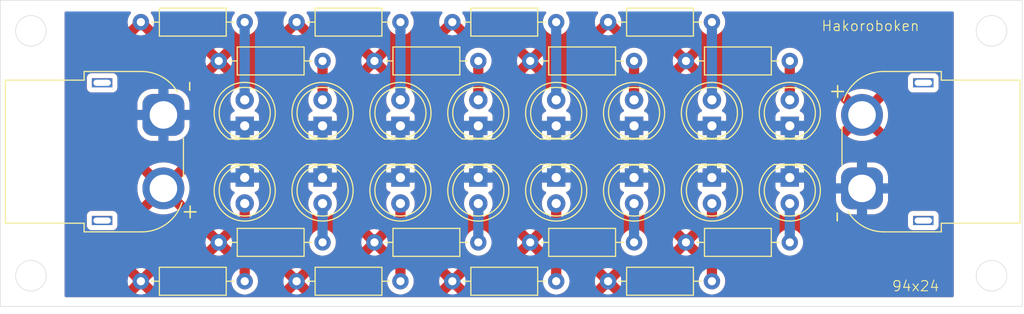
<source format=kicad_pcb>
(kicad_pcb (version 20240108) (generator "pcbnew") (generator_version "8.0")
  (layers (0 "F.Cu" signal) (31 "B.Cu" signal) (34 "B.Paste" user) (35 "F.Paste" user) (36 "B.SilkS" user "B.Silkscreen") (37 "F.SilkS" user "F.Silkscreen") (38 "B.Mask" user) (39 "F.Mask" user) (44 "Edge.Cuts" user))
  (net 0 "")
  (net 1 "GND")
  (net 2 "Net-(D1-A)")
  (net 3 "Net-(D2-A)")
  (net 4 "Net-(D3-A)")
  (net 5 "Net-(D4-A)")
  (net 6 "Net-(D5-A)")
  (net 7 "Net-(D6-A)")
  (net 8 "Net-(D7-A)")
  (net 9 "Net-(D8-A)")
  (net 10 "Net-(D9-A)")
  (net 11 "Net-(D10-A)")
  (net 12 "Net-(D11-A)")
  (net 13 "Net-(D12-A)")
  (net 14 "Net-(D13-A)")
  (net 15 "Net-(D14-A)")
  (net 16 "Net-(D15-A)")
  (net 17 "Net-(D16-A)")
  (net 18 "VCC")
  (footprint "Resistor_THT:R_Axial_DIN0207_L6.3mm_D2.5mm_P10.16mm_Horizontal" (layer "F.Cu") (at 139.7 91.44)
    (property "Reference" "R15" (hide yes))
    (property "Value" "R")
    (fp_line (start 1.04 0) (end 1.81 0) (stroke (width 0.12)) (layer "F.SilkS"))
    (fp_line (start 1.81 -1.37) (end 1.81 1.37) (stroke (width 0.12)) (layer "F.SilkS"))
    (fp_line (start 1.81 1.37) (end 8.35 1.37) (stroke (width 0.12)) (layer "F.SilkS"))
    (fp_line (start 8.35 -1.37) (end 1.81 -1.37) (stroke (width 0.12)) (layer "F.SilkS"))
    (fp_line (start 8.35 1.37) (end 8.35 -1.37) (stroke (width 0.12)) (layer "F.SilkS"))
    (fp_line (start 9.12 0) (end 8.35 0) (stroke (width 0.12)) (layer "F.SilkS"))
    (pad "1" thru_hole circle (at 0 0) (size 1.6 1.6) (drill 0.8) (layers "*.Cu" "*.Mask") (net 18 "VCC"))
    (pad "2" thru_hole oval (at 10.16 0) (size 1.6 1.6) (drill 0.8) (layers "*.Cu" "*.Mask") (net 16 "Net-(D15-A)"))
  )
  (footprint "LED_THT:LED_D5.0mm" (layer "F.Cu") (at 157.48 76.21 90)
    (property "Reference" "D5" (hide yes))
    (property "Value" "LED")
    (fp_line (start -1.29 -1.545) (end -1.29 1.545) (stroke (width 0.12)) (layer "F.SilkS"))
    (fp_arc (start -1.29 -1.54483) (mid 2.072002 -2.880433) (end 4.26 0.000462) (stroke (width 0.12)) (layer "F.SilkS"))
    (fp_arc (start 4.26 -0.000462) (mid 2.072002 2.880433) (end -1.29 1.54483) (stroke (width 0.12)) (layer "F.SilkS"))
    (fp_circle (center 1.27 0) (end 3.77 0) (stroke (width 0.12)) (fill none) (layer "F.SilkS"))
    (pad "1" thru_hole rect (at 0 0 90) (size 1.8 1.8) (drill 0.9) (layers "*.Cu" "*.Mask") (net 1 "GND"))
    (pad "2" thru_hole circle (at 2.54 0 90) (size 1.8 1.8) (drill 0.9) (layers "*.Cu" "*.Mask") (net 6 "Net-(D5-A)"))
  )
  (footprint "LED_THT:LED_D5.0mm" (layer "F.Cu") (at 157.48 81.28 -90)
    (property "Reference" "D16" (hide yes))
    (property "Value" "LED")
    (fp_line (start -1.29 -1.545) (end -1.29 1.545) (stroke (width 0.12)) (layer "F.SilkS"))
    (fp_arc (start 4.26 -0.000462) (mid 2.072002 2.880433) (end -1.29 1.54483) (stroke (width 0.12)) (layer "F.SilkS"))
    (fp_arc (start -1.29 -1.54483) (mid 2.072002 -2.880433) (end 4.26 0.000462) (stroke (width 0.12)) (layer "F.SilkS"))
    (fp_circle (center 1.27 0) (end 3.77 0) (stroke (width 0.12)) (fill none) (layer "F.SilkS"))
    (pad "1" thru_hole rect (at 0 0 270) (size 1.8 1.8) (drill 0.9) (layers "*.Cu" "*.Mask") (net 1 "GND"))
    (pad "2" thru_hole circle (at 2.54 0 270) (size 1.8 1.8) (drill 0.9) (layers "*.Cu" "*.Mask") (net 17 "Net-(D16-A)"))
  )
  (footprint "Resistor_THT:R_Axial_DIN0207_L6.3mm_D2.5mm_P10.16mm_Horizontal" (layer "F.Cu") (at 147.32 87.63)
    (property "Reference" "R16" (hide yes))
    (property "Value" "R")
    (fp_line (start 1.04 0) (end 1.81 0) (stroke (width 0.12)) (layer "F.SilkS"))
    (fp_line (start 1.81 -1.37) (end 1.81 1.37) (stroke (width 0.12)) (layer "F.SilkS"))
    (fp_line (start 1.81 1.37) (end 8.35 1.37) (stroke (width 0.12)) (layer "F.SilkS"))
    (fp_line (start 8.35 -1.37) (end 1.81 -1.37) (stroke (width 0.12)) (layer "F.SilkS"))
    (fp_line (start 8.35 1.37) (end 8.35 -1.37) (stroke (width 0.12)) (layer "F.SilkS"))
    (fp_line (start 9.12 0) (end 8.35 0) (stroke (width 0.12)) (layer "F.SilkS"))
    (pad "1" thru_hole circle (at 0 0) (size 1.6 1.6) (drill 0.8) (layers "*.Cu" "*.Mask") (net 18 "VCC"))
    (pad "2" thru_hole oval (at 10.16 0) (size 1.6 1.6) (drill 0.8) (layers "*.Cu" "*.Mask") (net 17 "Net-(D16-A)"))
  )
  (footprint "LED_THT:LED_D5.0mm" (layer "F.Cu") (at 180.34 76.21 90)
    (property "Reference" "D2" (hide yes))
    (property "Value" "LED")
    (fp_line (start -1.29 -1.545) (end -1.29 1.545) (stroke (width 0.12)) (layer "F.SilkS"))
    (fp_arc (start -1.29 -1.54483) (mid 2.072002 -2.880433) (end 4.26 0.000462) (stroke (width 0.12)) (layer "F.SilkS"))
    (fp_arc (start 4.26 -0.000462) (mid 2.072002 2.880433) (end -1.29 1.54483) (stroke (width 0.12)) (layer "F.SilkS"))
    (fp_circle (center 1.27 0) (end 3.77 0) (stroke (width 0.12)) (fill none) (layer "F.SilkS"))
    (pad "1" thru_hole rect (at 0 0 90) (size 1.8 1.8) (drill 0.9) (layers "*.Cu" "*.Mask") (net 1 "GND"))
    (pad "2" thru_hole circle (at 2.54 0 90) (size 1.8 1.8) (drill 0.9) (layers "*.Cu" "*.Mask") (net 3 "Net-(D2-A)"))
  )
  (footprint "Resistor_THT:R_Axial_DIN0207_L6.3mm_D2.5mm_P10.16mm_Horizontal" (layer "F.Cu") (at 154.94 91.44)
    (property "Reference" "R12" (hide yes))
    (property "Value" "R")
    (fp_line (start 1.04 0) (end 1.81 0) (stroke (width 0.12)) (layer "F.SilkS"))
    (fp_line (start 1.81 -1.37) (end 1.81 1.37) (stroke (width 0.12)) (layer "F.SilkS"))
    (fp_line (start 1.81 1.37) (end 8.35 1.37) (stroke (width 0.12)) (layer "F.SilkS"))
    (fp_line (start 8.35 -1.37) (end 1.81 -1.37) (stroke (width 0.12)) (layer "F.SilkS"))
    (fp_line (start 8.35 1.37) (end 8.35 -1.37) (stroke (width 0.12)) (layer "F.SilkS"))
    (fp_line (start 9.12 0) (end 8.35 0) (stroke (width 0.12)) (layer "F.SilkS"))
    (pad "1" thru_hole circle (at 0 0) (size 1.6 1.6) (drill 0.8) (layers "*.Cu" "*.Mask") (net 18 "VCC"))
    (pad "2" thru_hole oval (at 10.16 0) (size 1.6 1.6) (drill 0.8) (layers "*.Cu" "*.Mask") (net 13 "Net-(D12-A)"))
  )
  (footprint "Resistor_THT:R_Axial_DIN0207_L6.3mm_D2.5mm_P10.16mm_Horizontal" (layer "F.Cu") (at 132.08 69.85)
    (property "Reference" "R7" (hide yes))
    (property "Value" "R")
    (fp_line (start 1.04 0) (end 1.81 0) (stroke (width 0.12)) (layer "F.SilkS"))
    (fp_line (start 1.81 -1.37) (end 1.81 1.37) (stroke (width 0.12)) (layer "F.SilkS"))
    (fp_line (start 1.81 1.37) (end 8.35 1.37) (stroke (width 0.12)) (layer "F.SilkS"))
    (fp_line (start 8.35 -1.37) (end 1.81 -1.37) (stroke (width 0.12)) (layer "F.SilkS"))
    (fp_line (start 8.35 1.37) (end 8.35 -1.37) (stroke (width 0.12)) (layer "F.SilkS"))
    (fp_line (start 9.12 0) (end 8.35 0) (stroke (width 0.12)) (layer "F.SilkS"))
    (pad "1" thru_hole circle (at 0 0) (size 1.6 1.6) (drill 0.8) (layers "*.Cu" "*.Mask") (net 18 "VCC"))
    (pad "2" thru_hole oval (at 10.16 0) (size 1.6 1.6) (drill 0.8) (layers "*.Cu" "*.Mask") (net 8 "Net-(D7-A)"))
  )
  (footprint "Connector_AMASS:AMASS_XT60PW-F_1x02_P7.20mm_Horizontal" (layer "F.Cu") (at 126.665 75.14 90)
    (property "Reference" "J1" (hide yes))
    (property "Value" "Conn_01x02_Pin")
    (fp_line (start 3.41 -15.46) (end 3.41 -7.76) (stroke (width 0.12)) (layer "F.SilkS"))
    (fp_line (start -10.61 -15.46) (end 3.41 -15.46) (stroke (width 0.12)) (layer "F.SilkS"))
    (fp_line (start -10.61 -15.46) (end -10.61 -7.76) (stroke (width 0.12)) (layer "F.SilkS"))
    (fp_line (start 4.26 -7.76) (end 4.26 -2.15) (stroke (width 0.12)) (layer "F.SilkS"))
    (fp_line (start 3.41 -7.76) (end 4.26 -7.76) (stroke (width 0.12)) (layer "F.SilkS"))
    (fp_line (start -11.46 -7.76) (end -10.61 -7.76) (stroke (width 0.12)) (layer "F.SilkS"))
    (fp_line (start -11.46 -7.76) (end -11.46 -2.15) (stroke (width 0.12)) (layer "F.SilkS"))
    (fp_line (start -6.05 1.96) (end -2.31 1.96) (stroke (width 0.12)) (layer "F.SilkS"))
    (fp_arc (start 4.26 -2.15) (mid 3.727162 -0.126139) (end 2.266806 1.372958) (stroke (width 0.12)) (layer "F.SilkS"))
    (fp_arc (start -8.5899 1.808718) (mid -10.677645 0.302568) (end -11.46 -2.15) (stroke (width 0.12)) (layer "F.SilkS"))
    (fp_text user "-" (at 2.8 2.5 -90) (layer "F.SilkS"))
    (fp_text user "+" (at -9.5 2.5 -90) (layer "F.SilkS") (effects (font (size 1.5 1.5))))
    (pad "" thru_hole rect (at -10.35 -6 90) (size 0.9 2) (drill oval 0.6 1.7) (layers "*.Cu" "*.Mask"))
    (pad "" thru_hole rect (at 3.15 -6 90) (size 0.9 2) (drill oval 0.6 1.7) (layers "*.Cu" "*.Mask"))
    (pad "1" thru_hole roundrect (at 0 0 90) (size 4.1 4.1) (drill 2.7) (layers "*.Cu" "*.Mask") (net 1 "GND"))
    (pad "2" thru_hole circle (at -7.2 0 90) (size 4.1 4.1) (drill 2.7) (layers "*.Cu" "*.Mask") (net 18 "VCC"))
  )
  (footprint "LED_THT:LED_D5.0mm" (layer "F.Cu") (at 172.72 81.28 -90)
    (property "Reference" "D11" (hide yes))
    (property "Value" "LED")
    (fp_line (start -1.29 -1.545) (end -1.29 1.545) (stroke (width 0.12)) (layer "F.SilkS"))
    (fp_arc (start 4.26 -0.000462) (mid 2.072002 2.880433) (end -1.29 1.54483) (stroke (width 0.12)) (layer "F.SilkS"))
    (fp_arc (start -1.29 -1.54483) (mid 2.072002 -2.880433) (end 4.26 0.000462) (stroke (width 0.12)) (layer "F.SilkS"))
    (fp_circle (center 1.27 0) (end 3.77 0) (stroke (width 0.12)) (fill none) (layer "F.SilkS"))
    (pad "1" thru_hole rect (at 0 0 270) (size 1.8 1.8) (drill 0.9) (layers "*.Cu" "*.Mask") (net 1 "GND"))
    (pad "2" thru_hole circle (at 2.54 0 270) (size 1.8 1.8) (drill 0.9) (layers "*.Cu" "*.Mask") (net 12 "Net-(D11-A)"))
  )
  (footprint "LED_THT:LED_D5.0mm" (layer "F.Cu") (at 149.86 81.28 -90)
    (property "Reference" "D15" (hide yes))
    (property "Value" "LED")
    (fp_line (start -1.29 -1.545) (end -1.29 1.545) (stroke (width 0.12)) (layer "F.SilkS"))
    (fp_arc (start 4.26 -0.000462) (mid 2.072002 2.880433) (end -1.29 1.54483) (stroke (width 0.12)) (layer "F.SilkS"))
    (fp_arc (start -1.29 -1.54483) (mid 2.072002 -2.880433) (end 4.26 0.000462) (stroke (width 0.12)) (layer "F.SilkS"))
    (fp_circle (center 1.27 0) (end 3.77 0) (stroke (width 0.12)) (fill none) (layer "F.SilkS"))
    (pad "1" thru_hole rect (at 0 0 270) (size 1.8 1.8) (drill 0.9) (layers "*.Cu" "*.Mask") (net 1 "GND"))
    (pad "2" thru_hole circle (at 2.54 0 270) (size 1.8 1.8) (drill 0.9) (layers "*.Cu" "*.Mask") (net 16 "Net-(D15-A)"))
  )
  (footprint "Resistor_THT:R_Axial_DIN0207_L6.3mm_D2.5mm_P10.16mm_Horizontal" (layer "F.Cu") (at 170.18 66.04)
    (property "Reference" "R2" (hide yes))
    (property "Value" "R")
    (fp_line (start 1.04 0) (end 1.81 0) (stroke (width 0.12)) (layer "F.SilkS"))
    (fp_line (start 1.81 -1.37) (end 1.81 1.37) (stroke (width 0.12)) (layer "F.SilkS"))
    (fp_line (start 1.81 1.37) (end 8.35 1.37) (stroke (width 0.12)) (layer "F.SilkS"))
    (fp_line (start 8.35 -1.37) (end 1.81 -1.37) (stroke (width 0.12)) (layer "F.SilkS"))
    (fp_line (start 8.35 1.37) (end 8.35 -1.37) (stroke (width 0.12)) (layer "F.SilkS"))
    (fp_line (start 9.12 0) (end 8.35 0) (stroke (width 0.12)) (layer "F.SilkS"))
    (pad "1" thru_hole circle (at 0 0) (size 1.6 1.6) (drill 0.8) (layers "*.Cu" "*.Mask") (net 18 "VCC"))
    (pad "2" thru_hole oval (at 10.16 0) (size 1.6 1.6) (drill 0.8) (layers "*.Cu" "*.Mask") (net 3 "Net-(D2-A)"))
  )
  (footprint "Resistor_THT:R_Axial_DIN0207_L6.3mm_D2.5mm_P10.16mm_Horizontal" (layer "F.Cu") (at 124.46 91.44)
    (property "Reference" "R13" (hide yes))
    (property "Value" "R")
    (fp_line (start 1.04 0) (end 1.81 0) (stroke (width 0.12)) (layer "F.SilkS"))
    (fp_line (start 1.81 -1.37) (end 1.81 1.37) (stroke (width 0.12)) (layer "F.SilkS"))
    (fp_line (start 1.81 1.37) (end 8.35 1.37) (stroke (width 0.12)) (layer "F.SilkS"))
    (fp_line (start 8.35 -1.37) (end 1.81 -1.37) (stroke (width 0.12)) (layer "F.SilkS"))
    (fp_line (start 8.35 1.37) (end 8.35 -1.37) (stroke (width 0.12)) (layer "F.SilkS"))
    (fp_line (start 9.12 0) (end 8.35 0) (stroke (width 0.12)) (layer "F.SilkS"))
    (pad "1" thru_hole circle (at 0 0) (size 1.6 1.6) (drill 0.8) (layers "*.Cu" "*.Mask") (net 18 "VCC"))
    (pad "2" thru_hole oval (at 10.16 0) (size 1.6 1.6) (drill 0.8) (layers "*.Cu" "*.Mask") (net 14 "Net-(D13-A)"))
  )
  (footprint "LED_THT:LED_D5.0mm" (layer "F.Cu") (at 142.24 76.21 90)
    (property "Reference" "D7" (hide yes))
    (property "Value" "LED")
    (fp_line (start -1.29 -1.545) (end -1.29 1.545) (stroke (width 0.12)) (layer "F.SilkS"))
    (fp_arc (start -1.29 -1.54483) (mid 2.072002 -2.880433) (end 4.26 0.000462) (stroke (width 0.12)) (layer "F.SilkS"))
    (fp_arc (start 4.26 -0.000462) (mid 2.072002 2.880433) (end -1.29 1.54483) (stroke (width 0.12)) (layer "F.SilkS"))
    (fp_circle (center 1.27 0) (end 3.77 0) (stroke (width 0.12)) (fill none) (layer "F.SilkS"))
    (pad "1" thru_hole rect (at 0 0 90) (size 1.8 1.8) (drill 0.9) (layers "*.Cu" "*.Mask") (net 1 "GND"))
    (pad "2" thru_hole circle (at 2.54 0 90) (size 1.8 1.8) (drill 0.9) (layers "*.Cu" "*.Mask") (net 8 "Net-(D7-A)"))
  )
  (footprint "LED_THT:LED_D5.0mm" (layer "F.Cu") (at 149.86 76.21 90)
    (property "Reference" "D6" (hide yes))
    (property "Value" "LED")
    (fp_line (start -1.29 -1.545) (end -1.29 1.545) (stroke (width 0.12)) (layer "F.SilkS"))
    (fp_arc (start -1.29 -1.54483) (mid 2.072002 -2.880433) (end 4.26 0.000462) (stroke (width 0.12)) (layer "F.SilkS"))
    (fp_arc (start 4.26 -0.000462) (mid 2.072002 2.880433) (end -1.29 1.54483) (stroke (width 0.12)) (layer "F.SilkS"))
    (fp_circle (center 1.27 0) (end 3.77 0) (stroke (width 0.12)) (fill none) (layer "F.SilkS"))
    (pad "1" thru_hole rect (at 0 0 90) (size 1.8 1.8) (drill 0.9) (layers "*.Cu" "*.Mask") (net 1 "GND"))
    (pad "2" thru_hole circle (at 2.54 0 90) (size 1.8 1.8) (drill 0.9) (layers "*.Cu" "*.Mask") (net 7 "Net-(D6-A)"))
  )
  (footprint "Resistor_THT:R_Axial_DIN0207_L6.3mm_D2.5mm_P10.16mm_Horizontal" (layer "F.Cu") (at 162.56 87.63)
    (property "Reference" "R11" (hide yes))
    (property "Value" "R")
    (fp_line (start 1.04 0) (end 1.81 0) (stroke (width 0.12)) (layer "F.SilkS"))
    (fp_line (start 1.81 -1.37) (end 1.81 1.37) (stroke (width 0.12)) (layer "F.SilkS"))
    (fp_line (start 1.81 1.37) (end 8.35 1.37) (stroke (width 0.12)) (layer "F.SilkS"))
    (fp_line (start 8.35 -1.37) (end 1.81 -1.37) (stroke (width 0.12)) (layer "F.SilkS"))
    (fp_line (start 8.35 1.37) (end 8.35 -1.37) (stroke (width 0.12)) (layer "F.SilkS"))
    (fp_line (start 9.12 0) (end 8.35 0) (stroke (width 0.12)) (layer "F.SilkS"))
    (pad "1" thru_hole circle (at 0 0) (size 1.6 1.6) (drill 0.8) (layers "*.Cu" "*.Mask") (net 18 "VCC"))
    (pad "2" thru_hole oval (at 10.16 0) (size 1.6 1.6) (drill 0.8) (layers "*.Cu" "*.Mask") (net 12 "Net-(D11-A)"))
  )
  (footprint "Resistor_THT:R_Axial_DIN0207_L6.3mm_D2.5mm_P10.16mm_Horizontal" (layer "F.Cu") (at 132.08 87.63)
    (property "Reference" "R14" (hide yes))
    (property "Value" "R")
    (fp_line (start 1.04 0) (end 1.81 0) (stroke (width 0.12)) (layer "F.SilkS"))
    (fp_line (start 1.81 -1.37) (end 1.81 1.37) (stroke (width 0.12)) (layer "F.SilkS"))
    (fp_line (start 1.81 1.37) (end 8.35 1.37) (stroke (width 0.12)) (layer "F.SilkS"))
    (fp_line (start 8.35 -1.37) (end 1.81 -1.37) (stroke (width 0.12)) (layer "F.SilkS"))
    (fp_line (start 8.35 1.37) (end 8.35 -1.37) (stroke (width 0.12)) (layer "F.SilkS"))
    (fp_line (start 9.12 0) (end 8.35 0) (stroke (width 0.12)) (layer "F.SilkS"))
    (pad "1" thru_hole circle (at 0 0) (size 1.6 1.6) (drill 0.8) (layers "*.Cu" "*.Mask") (net 18 "VCC"))
    (pad "2" thru_hole oval (at 10.16 0) (size 1.6 1.6) (drill 0.8) (layers "*.Cu" "*.Mask") (net 15 "Net-(D14-A)"))
  )
  (footprint "Resistor_THT:R_Axial_DIN0207_L6.3mm_D2.5mm_P10.16mm_Horizontal" (layer "F.Cu") (at 177.8 69.85)
    (property "Reference" "R1" (hide yes))
    (property "Value" "R")
    (fp_line (start 1.04 0) (end 1.81 0) (stroke (width 0.12)) (layer "F.SilkS"))
    (fp_line (start 1.81 -1.37) (end 1.81 1.37) (stroke (width 0.12)) (layer "F.SilkS"))
    (fp_line (start 1.81 1.37) (end 8.35 1.37) (stroke (width 0.12)) (layer "F.SilkS"))
    (fp_line (start 8.35 -1.37) (end 1.81 -1.37) (stroke (width 0.12)) (layer "F.SilkS"))
    (fp_line (start 8.35 1.37) (end 8.35 -1.37) (stroke (width 0.12)) (layer "F.SilkS"))
    (fp_line (start 9.12 0) (end 8.35 0) (stroke (width 0.12)) (layer "F.SilkS"))
    (pad "1" thru_hole circle (at 0 0) (size 1.6 1.6) (drill 0.8) (layers "*.Cu" "*.Mask") (net 18 "VCC"))
    (pad "2" thru_hole oval (at 10.16 0) (size 1.6 1.6) (drill 0.8) (layers "*.Cu" "*.Mask") (net 2 "Net-(D1-A)"))
  )
  (footprint "LED_THT:LED_D5.0mm" (layer "F.Cu") (at 172.72 76.21 90)
    (property "Reference" "D3" (hide yes))
    (property "Value" "LED")
    (fp_line (start -1.29 -1.545) (end -1.29 1.545) (stroke (width 0.12)) (layer "F.SilkS"))
    (fp_arc (start -1.29 -1.54483) (mid 2.072002 -2.880433) (end 4.26 0.000462) (stroke (width 0.12)) (layer "F.SilkS"))
    (fp_arc (start 4.26 -0.000462) (mid 2.072002 2.880433) (end -1.29 1.54483) (stroke (width 0.12)) (layer "F.SilkS"))
    (fp_circle (center 1.27 0) (end 3.77 0) (stroke (width 0.12)) (fill none) (layer "F.SilkS"))
    (pad "1" thru_hole rect (at 0 0 90) (size 1.8 1.8) (drill 0.9) (layers "*.Cu" "*.Mask") (net 1 "GND"))
    (pad "2" thru_hole circle (at 2.54 0 90) (size 1.8 1.8) (drill 0.9) (layers "*.Cu" "*.Mask") (net 4 "Net-(D3-A)"))
  )
  (footprint "LED_THT:LED_D5.0mm" (layer "F.Cu") (at 134.62 81.28 -90)
    (property "Reference" "D13" (hide yes))
    (property "Value" "LED")
    (fp_line (start -1.29 -1.545) (end -1.29 1.545) (stroke (width 0.12)) (layer "F.SilkS"))
    (fp_arc (start 4.26 -0.000462) (mid 2.072002 2.880433) (end -1.29 1.54483) (stroke (width 0.12)) (layer "F.SilkS"))
    (fp_arc (start -1.29 -1.54483) (mid 2.072002 -2.880433) (end 4.26 0.000462) (stroke (width 0.12)) (layer "F.SilkS"))
    (fp_circle (center 1.27 0) (end 3.77 0) (stroke (width 0.12)) (fill none) (layer "F.SilkS"))
    (pad "1" thru_hole rect (at 0 0 270) (size 1.8 1.8) (drill 0.9) (layers "*.Cu" "*.Mask") (net 1 "GND"))
    (pad "2" thru_hole circle (at 2.54 0 270) (size 1.8 1.8) (drill 0.9) (layers "*.Cu" "*.Mask") (net 14 "Net-(D13-A)"))
  )
  (footprint "Resistor_THT:R_Axial_DIN0207_L6.3mm_D2.5mm_P10.16mm_Horizontal" (layer "F.Cu") (at 124.46 66.04)
    (property "Reference" "R8" (hide yes))
    (property "Value" "R")
    (fp_line (start 1.04 0) (end 1.81 0) (stroke (width 0.12)) (layer "F.SilkS"))
    (fp_line (start 1.81 -1.37) (end 1.81 1.37) (stroke (width 0.12)) (layer "F.SilkS"))
    (fp_line (start 1.81 1.37) (end 8.35 1.37) (stroke (width 0.12)) (layer "F.SilkS"))
    (fp_line (start 8.35 -1.37) (end 1.81 -1.37) (stroke (width 0.12)) (layer "F.SilkS"))
    (fp_line (start 8.35 1.37) (end 8.35 -1.37) (stroke (width 0.12)) (layer "F.SilkS"))
    (fp_line (start 9.12 0) (end 8.35 0) (stroke (width 0.12)) (layer "F.SilkS"))
    (pad "1" thru_hole circle (at 0 0) (size 1.6 1.6) (drill 0.8) (layers "*.Cu" "*.Mask") (net 18 "VCC"))
    (pad "2" thru_hole oval (at 10.16 0) (size 1.6 1.6) (drill 0.8) (layers "*.Cu" "*.Mask") (net 9 "Net-(D8-A)"))
  )
  (footprint "LED_THT:LED_D5.0mm" (layer "F.Cu") (at 165.1 81.28 -90)
    (property "Reference" "D12" (hide yes))
    (property "Value" "LED")
    (fp_line (start -1.29 -1.545) (end -1.29 1.545) (stroke (width 0.12)) (layer "F.SilkS"))
    (fp_arc (start 4.26 -0.000462) (mid 2.072002 2.880433) (end -1.29 1.54483) (stroke (width 0.12)) (layer "F.SilkS"))
    (fp_arc (start -1.29 -1.54483) (mid 2.072002 -2.880433) (end 4.26 0.000462) (stroke (width 0.12)) (layer "F.SilkS"))
    (fp_circle (center 1.27 0) (end 3.77 0) (stroke (width 0.12)) (fill none) (layer "F.SilkS"))
    (pad "1" thru_hole rect (at 0 0 270) (size 1.8 1.8) (drill 0.9) (layers "*.Cu" "*.Mask") (net 1 "GND"))
    (pad "2" thru_hole circle (at 2.54 0 270) (size 1.8 1.8) (drill 0.9) (layers "*.Cu" "*.Mask") (net 13 "Net-(D12-A)"))
  )
  (footprint "LED_THT:LED_D5.0mm" (layer "F.Cu") (at 134.62 76.21 90)
    (property "Reference" "D8" (hide yes))
    (property "Value" "LED")
    (fp_line (start -1.29 -1.545) (end -1.29 1.545) (stroke (width 0.12)) (layer "F.SilkS"))
    (fp_arc (start -1.29 -1.54483) (mid 2.072002 -2.880433) (end 4.26 0.000462) (stroke (width 0.12)) (layer "F.SilkS"))
    (fp_arc (start 4.26 -0.000462) (mid 2.072002 2.880433) (end -1.29 1.54483) (stroke (width 0.12)) (layer "F.SilkS"))
    (fp_circle (center 1.27 0) (end 3.77 0) (stroke (width 0.12)) (fill none) (layer "F.SilkS"))
    (pad "1" thru_hole rect (at 0 0 90) (size 1.8 1.8) (drill 0.9) (layers "*.Cu" "*.Mask") (net 1 "GND"))
    (pad "2" thru_hole circle (at 2.54 0 90) (size 1.8 1.8) (drill 0.9) (layers "*.Cu" "*.Mask") (net 9 "Net-(D8-A)"))
  )
  (footprint "Connector_AMASS:AMASS_XT60PW-F_1x02_P7.20mm_Horizontal" (layer "F.Cu") (at 195.026 82.34 -90)
    (property "Reference" "J2" (hide yes))
    (property "Value" "Conn_01x02_Pin")
    (fp_line (start -6.05 1.96) (end -2.31 1.96) (stroke (width 0.12)) (layer "F.SilkS"))
    (fp_line (start -11.46 -7.76) (end -11.46 -2.15) (stroke (width 0.12)) (layer "F.SilkS"))
    (fp_line (start -11.46 -7.76) (end -10.61 -7.76) (stroke (width 0.12)) (layer "F.SilkS"))
    (fp_line (start 3.41 -7.76) (end 4.26 -7.76) (stroke (width 0.12)) (layer "F.SilkS"))
    (fp_line (start 4.26 -7.76) (end 4.26 -2.15) (stroke (width 0.12)) (layer "F.SilkS"))
    (fp_line (start -10.61 -15.46) (end -10.61 -7.76) (stroke (width 0.12)) (layer "F.SilkS"))
    (fp_line (start -10.61 -15.46) (end 3.41 -15.46) (stroke (width 0.12)) (layer "F.SilkS"))
    (fp_line (start 3.41 -15.46) (end 3.41 -7.76) (stroke (width 0.12)) (layer "F.SilkS"))
    (fp_arc (start -8.5899 1.808718) (mid -10.677645 0.302568) (end -11.46 -2.15) (stroke (width 0.12)) (layer "F.SilkS"))
    (fp_arc (start 4.26 -2.15) (mid 3.727162 -0.126139) (end 2.266806 1.372958) (stroke (width 0.12)) (layer "F.SilkS"))
    (fp_text user "-" (at 2.8 2.5 90) (layer "F.SilkS"))
    (fp_text user "+" (at -9.5 2.5 90) (layer "F.SilkS") (effects (font (size 1.5 1.5))))
    (pad "" thru_hole rect (at -10.35 -6 270) (size 0.9 2) (drill oval 0.6 1.7) (layers "*.Cu" "*.Mask"))
    (pad "" thru_hole rect (at 3.15 -6 270) (size 0.9 2) (drill oval 0.6 1.7) (layers "*.Cu" "*.Mask"))
    (pad "1" thru_hole roundrect (at 0 0 270) (size 4.1 4.1) (drill 2.7) (layers "*.Cu" "*.Mask") (net 1 "GND"))
    (pad "2" thru_hole circle (at -7.2 0 270) (size 4.1 4.1) (drill 2.7) (layers "*.Cu" "*.Mask") (net 18 "VCC"))
  )
  (footprint "LED_THT:LED_D5.0mm" (layer "F.Cu") (at 187.96 81.28 -90)
    (property "Reference" "D9" (hide yes))
    (property "Value" "LED")
    (fp_line (start -1.29 -1.545) (end -1.29 1.545) (stroke (width 0.12)) (layer "F.SilkS"))
    (fp_arc (start 4.26 -0.000462) (mid 2.072002 2.880433) (end -1.29 1.54483) (stroke (width 0.12)) (layer "F.SilkS"))
    (fp_arc (start -1.29 -1.54483) (mid 2.072002 -2.880433) (end 4.26 0.000462) (stroke (width 0.12)) (layer "F.SilkS"))
    (fp_circle (center 1.27 0) (end 3.77 0) (stroke (width 0.12)) (fill none) (layer "F.SilkS"))
    (pad "1" thru_hole rect (at 0 0 270) (size 1.8 1.8) (drill 0.9) (layers "*.Cu" "*.Mask") (net 1 "GND"))
    (pad "2" thru_hole circle (at 2.54 0 270) (size 1.8 1.8) (drill 0.9) (layers "*.Cu" "*.Mask") (net 10 "Net-(D9-A)"))
  )
  (footprint "LED_THT:LED_D5.0mm" (layer "F.Cu") (at 142.24 81.28 -90)
    (property "Reference" "D14" (hide yes))
    (property "Value" "LED")
    (fp_line (start -1.29 -1.545) (end -1.29 1.545) (stroke (width 0.12)) (layer "F.SilkS"))
    (fp_arc (start 4.26 -0.000462) (mid 2.072002 2.880433) (end -1.29 1.54483) (stroke (width 0.12)) (layer "F.SilkS"))
    (fp_arc (start -1.29 -1.54483) (mid 2.072002 -2.880433) (end 4.26 0.000462) (stroke (width 0.12)) (layer "F.SilkS"))
    (fp_circle (center 1.27 0) (end 3.77 0) (stroke (width 0.12)) (fill none) (layer "F.SilkS"))
    (pad "1" thru_hole rect (at 0 0 270) (size 1.8 1.8) (drill 0.9) (layers "*.Cu" "*.Mask") (net 1 "GND"))
    (pad "2" thru_hole circle (at 2.54 0 270) (size 1.8 1.8) (drill 0.9) (layers "*.Cu" "*.Mask") (net 15 "Net-(D14-A)"))
  )
  (footprint "Resistor_THT:R_Axial_DIN0207_L6.3mm_D2.5mm_P10.16mm_Horizontal" (layer "F.Cu") (at 177.8 87.63)
    (property "Reference" "R9" (hide yes))
    (property "Value" "R")
    (fp_line (start 1.04 0) (end 1.81 0) (stroke (width 0.12)) (layer "F.SilkS"))
    (fp_line (start 1.81 -1.37) (end 1.81 1.37) (stroke (width 0.12)) (layer "F.SilkS"))
    (fp_line (start 1.81 1.37) (end 8.35 1.37) (stroke (width 0.12)) (layer "F.SilkS"))
    (fp_line (start 8.35 -1.37) (end 1.81 -1.37) (stroke (width 0.12)) (layer "F.SilkS"))
    (fp_line (start 8.35 1.37) (end 8.35 -1.37) (stroke (width 0.12)) (layer "F.SilkS"))
    (fp_line (start 9.12 0) (end 8.35 0) (stroke (width 0.12)) (layer "F.SilkS"))
    (pad "1" thru_hole circle (at 0 0) (size 1.6 1.6) (drill 0.8) (layers "*.Cu" "*.Mask") (net 18 "VCC"))
    (pad "2" thru_hole oval (at 10.16 0) (size 1.6 1.6) (drill 0.8) (layers "*.Cu" "*.Mask") (net 10 "Net-(D9-A)"))
  )
  (footprint "Resistor_THT:R_Axial_DIN0207_L6.3mm_D2.5mm_P10.16mm_Horizontal" (layer "F.Cu") (at 170.18 91.44)
    (property "Reference" "R10" (hide yes))
    (property "Value" "R")
    (fp_line (start 1.04 0) (end 1.81 0) (stroke (width 0.12)) (layer "F.SilkS"))
    (fp_line (start 1.81 -1.37) (end 1.81 1.37) (stroke (width 0.12)) (layer "F.SilkS"))
    (fp_line (start 1.81 1.37) (end 8.35 1.37) (stroke (width 0.12)) (layer "F.SilkS"))
    (fp_line (start 8.35 -1.37) (end 1.81 -1.37) (stroke (width 0.12)) (layer "F.SilkS"))
    (fp_line (start 8.35 1.37) (end 8.35 -1.37) (stroke (width 0.12)) (layer "F.SilkS"))
    (fp_line (start 9.12 0) (end 8.35 0) (stroke (width 0.12)) (layer "F.SilkS"))
    (pad "1" thru_hole circle (at 0 0) (size 1.6 1.6) (drill 0.8) (layers "*.Cu" "*.Mask") (net 18 "VCC"))
    (pad "2" thru_hole oval (at 10.16 0) (size 1.6 1.6) (drill 0.8) (layers "*.Cu" "*.Mask") (net 11 "Net-(D10-A)"))
  )
  (footprint "Resistor_THT:R_Axial_DIN0207_L6.3mm_D2.5mm_P10.16mm_Horizontal" (layer "F.Cu") (at 162.56 69.85)
    (property "Reference" "R3" (hide yes))
    (property "Value" "R")
    (fp_line (start 1.04 0) (end 1.81 0) (stroke (width 0.12)) (layer "F.SilkS"))
    (fp_line (start 1.81 -1.37) (end 1.81 1.37) (stroke (width 0.12)) (layer "F.SilkS"))
    (fp_line (start 1.81 1.37) (end 8.35 1.37) (stroke (width 0.12)) (layer "F.SilkS"))
    (fp_line (start 8.35 -1.37) (end 1.81 -1.37) (stroke (width 0.12)) (layer "F.SilkS"))
    (fp_line (start 8.35 1.37) (end 8.35 -1.37) (stroke (width 0.12)) (layer "F.SilkS"))
    (fp_line (start 9.12 0) (end 8.35 0) (stroke (width 0.12)) (layer "F.SilkS"))
    (pad "1" thru_hole circle (at 0 0) (size 1.6 1.6) (drill 0.8) (layers "*.Cu" "*.Mask") (net 18 "VCC"))
    (pad "2" thru_hole oval (at 10.16 0) (size 1.6 1.6) (drill 0.8) (layers "*.Cu" "*.Mask") (net 4 "Net-(D3-A)"))
  )
  (footprint "LED_THT:LED_D5.0mm" (layer "F.Cu") (at 187.96 76.21 90)
    (property "Reference" "D1" (hide yes))
    (property "Value" "LED")
    (fp_line (start -1.29 -1.545) (end -1.29 1.545) (stroke (width 0.12)) (layer "F.SilkS"))
    (fp_arc (start -1.29 -1.54483) (mid 2.072002 -2.880433) (end 4.26 0.000462) (stroke (width 0.12)) (layer "F.SilkS"))
    (fp_arc (start 4.26 -0.000462) (mid 2.072002 2.880433) (end -1.29 1.54483) (stroke (width 0.12)) (layer "F.SilkS"))
    (fp_circle (center 1.27 0) (end 3.77 0) (stroke (width 0.12)) (fill none) (layer "F.SilkS"))
    (pad "1" thru_hole rect (at 0 0 90) (size 1.8 1.8) (drill 0.9) (layers "*.Cu" "*.Mask") (net 1 "GND"))
    (pad "2" thru_hole circle (at 2.54 0 90) (size 1.8 1.8) (drill 0.9) (layers "*.Cu" "*.Mask") (net 2 "Net-(D1-A)"))
  )
  (footprint "LED_THT:LED_D5.0mm" (layer "F.Cu") (at 180.34 81.28 -90)
    (property "Reference" "D10" (hide yes))
    (property "Value" "LED")
    (fp_line (start -1.29 -1.545) (end -1.29 1.545) (stroke (width 0.12)) (layer "F.SilkS"))
    (fp_arc (start 4.26 -0.000462) (mid 2.072002 2.880433) (end -1.29 1.54483) (stroke (width 0.12)) (layer "F.SilkS"))
    (fp_arc (start -1.29 -1.54483) (mid 2.072002 -2.880433) (end 4.26 0.000462) (stroke (width 0.12)) (layer "F.SilkS"))
    (fp_circle (center 1.27 0) (end 3.77 0) (stroke (width 0.12)) (fill none) (layer "F.SilkS"))
    (pad "1" thru_hole rect (at 0 0 270) (size 1.8 1.8) (drill 0.9) (layers "*.Cu" "*.Mask") (net 1 "GND"))
    (pad "2" thru_hole circle (at 2.54 0 270) (size 1.8 1.8) (drill 0.9) (layers "*.Cu" "*.Mask") (net 11 "Net-(D10-A)"))
  )
  (footprint "Resistor_THT:R_Axial_DIN0207_L6.3mm_D2.5mm_P10.16mm_Horizontal" (layer "F.Cu") (at 147.32 69.85)
    (property "Reference" "R5" (hide yes))
    (property "Value" "R")
    (fp_line (start 1.04 0) (end 1.81 0) (stroke (width 0.12)) (layer "F.SilkS"))
    (fp_line (start 1.81 -1.37) (end 1.81 1.37) (stroke (width 0.12)) (layer "F.SilkS"))
    (fp_line (start 1.81 1.37) (end 8.35 1.37) (stroke (width 0.12)) (layer "F.SilkS"))
    (fp_line (start 8.35 -1.37) (end 1.81 -1.37) (stroke (width 0.12)) (layer "F.SilkS"))
    (fp_line (start 8.35 1.37) (end 8.35 -1.37) (stroke (width 0.12)) (layer "F.SilkS"))
    (fp_line (start 9.12 0) (end 8.35 0) (stroke (width 0.12)) (layer "F.SilkS"))
    (pad "1" thru_hole circle (at 0 0) (size 1.6 1.6) (drill 0.8) (layers "*.Cu" "*.Mask") (net 18 "VCC"))
    (pad "2" thru_hole oval (at 10.16 0) (size 1.6 1.6) (drill 0.8) (layers "*.Cu" "*.Mask") (net 6 "Net-(D5-A)"))
  )
  (footprint "LED_THT:LED_D5.0mm" (layer "F.Cu") (at 165.1 76.21 90)
    (property "Reference" "D4" (hide yes))
    (property "Value" "LED")
    (fp_line (start -1.29 -1.545) (end -1.29 1.545) (stroke (width 0.12)) (layer "F.SilkS"))
    (fp_arc (start -1.29 -1.54483) (mid 2.072002 -2.880433) (end 4.26 0.000462) (stroke (width 0.12)) (layer "F.SilkS"))
    (fp_arc (start 4.26 -0.000462) (mid 2.072002 2.880433) (end -1.29 1.54483) (stroke (width 0.12)) (layer "F.SilkS"))
    (fp_circle (center 1.27 0) (end 3.77 0) (stroke (width 0.12)) (fill none) (layer "F.SilkS"))
    (pad "1" thru_hole rect (at 0 0 90) (size 1.8 1.8) (drill 0.9) (layers "*.Cu" "*.Mask") (net 1 "GND"))
    (pad "2" thru_hole circle (at 2.54 0 90) (size 1.8 1.8) (drill 0.9) (layers "*.Cu" "*.Mask") (net 5 "Net-(D4-A)"))
  )
  (footprint "Resistor_THT:R_Axial_DIN0207_L6.3mm_D2.5mm_P10.16mm_Horizontal" (layer "F.Cu") (at 154.94 66.04)
    (property "Reference" "R4" (hide yes))
    (property "Value" "R")
    (fp_line (start 1.04 0) (end 1.81 0) (stroke (width 0.12)) (layer "F.SilkS"))
    (fp_line (start 1.81 -1.37) (end 1.81 1.37) (stroke (width 0.12)) (layer "F.SilkS"))
    (fp_line (start 1.81 1.37) (end 8.35 1.37) (stroke (width 0.12)) (layer "F.SilkS"))
    (fp_line (start 8.35 -1.37) (end 1.81 -1.37) (stroke (width 0.12)) (layer "F.SilkS"))
    (fp_line (start 8.35 1.37) (end 8.35 -1.37) (stroke (width 0.12)) (layer "F.SilkS"))
    (fp_line (start 9.12 0) (end 8.35 0) (stroke (width 0.12)) (layer "F.SilkS"))
    (pad "1" thru_hole circle (at 0 0) (size 1.6 1.6) (drill 0.8) (layers "*.Cu" "*.Mask") (net 18 "VCC"))
    (pad "2" thru_hole oval (at 10.16 0) (size 1.6 1.6) (drill 0.8) (layers "*.Cu" "*.Mask") (net 5 "Net-(D4-A)"))
  )
  (footprint "Resistor_THT:R_Axial_DIN0207_L6.3mm_D2.5mm_P10.16mm_Horizontal" (layer "F.Cu") (at 139.7 66.04)
    (property "Reference" "R6" (hide yes))
    (property "Value" "R")
    (fp_line (start 1.04 0) (end 1.81 0) (stroke (width 0.12)) (layer "F.SilkS"))
    (fp_line (start 1.81 -1.37) (end 1.81 1.37) (stroke (width 0.12)) (layer "F.SilkS"))
    (fp_line (start 1.81 1.37) (end 8.35 1.37) (stroke (width 0.12)) (layer "F.SilkS"))
    (fp_line (start 8.35 -1.37) (end 1.81 -1.37) (stroke (width 0.12)) (layer "F.SilkS"))
    (fp_line (start 8.35 1.37) (end 8.35 -1.37) (stroke (width 0.12)) (layer "F.SilkS"))
    (fp_line (start 9.12 0) (end 8.35 0) (stroke (width 0.12)) (layer "F.SilkS"))
    (pad "1" thru_hole circle (at 0 0) (size 1.6 1.6) (drill 0.8) (layers "*.Cu" "*.Mask") (net 18 "VCC"))
    (pad "2" thru_hole oval (at 10.16 0) (size 1.6 1.6) (drill 0.8) (layers "*.Cu" "*.Mask") (net 7 "Net-(D6-A)"))
  )
  (gr_circle (center 207.7 90.9) (end 207.7 92.4) (stroke (width 0.05)) (fill none) (layer "Edge.Cuts"))
  (gr_rect (start 110.7 63.9) (end 210.7 93.9) (stroke (width 0.05)) (fill none) (layer "Edge.Cuts"))
  (gr_circle (center 113.7 90.9) (end 113.7 92.4) (stroke (width 0.05)) (fill none) (layer "Edge.Cuts"))
  (gr_circle (center 113.7 66.9) (end 113.7 65.4) (stroke (width 0.05)) (fill none) (layer "Edge.Cuts"))
  (gr_circle (center 207.7 66.9) (end 207.7 65.4) (stroke (width 0.05)) (fill none) (layer "Edge.Cuts"))
  (gr_text "Hakoroboken" (at 191 67 0) (layer "F.SilkS") (effects (font (size 1 1) (thickness 0.1)) (justify left bottom)))
  (gr_text "94x24" (at 197.9 92.5 0) (layer "F.SilkS") (effects (font (size 1 1) (thickness 0.1)) (justify left bottom)))
  (segment (start 187.96 73.67) (end 187.96 69.85) (width 1) (layer "F.Cu") (net 2))
  (segment (start 180.34 66.04) (end 180.34 73.67) (width 1) (layer "B.Cu") (net 3))
  (segment (start 172.72 73.67) (end 172.72 69.85) (width 1) (layer "F.Cu") (net 4))
  (segment (start 165.1 66.04) (end 165.1 73.67) (width 1) (layer "B.Cu") (net 5))
  (segment (start 157.48 73.67) (end 157.48 69.85) (width 1) (layer "F.Cu") (net 6))
  (segment (start 149.86 73.67) (end 149.86 66.04) (width 1) (layer "B.Cu") (net 7))
  (segment (start 142.24 73.67) (end 142.24 69.85) (width 1) (layer "F.Cu") (net 8))
  (segment (start 134.62 73.67) (end 134.62 66.04) (width 1) (layer "B.Cu") (net 9))
  (segment (start 187.96 87.63) (end 187.96 83.82) (width 1) (layer "B.Cu") (net 10))
  (segment (start 180.34 83.82) (end 180.34 91.44) (width 1) (layer "F.Cu") (net 11))
  (segment (start 172.72 87.63) (end 172.72 83.82) (width 1) (layer "B.Cu") (net 12))
  (segment (start 165.1 83.82) (end 165.1 91.44) (width 1) (layer "F.Cu") (net 13))
  (segment (start 134.62 83.82) (end 134.62 91.44) (width 1) (layer "F.Cu") (net 14))
  (segment (start 142.24 87.63) (end 142.24 83.82) (width 1) (layer "B.Cu") (net 15))
  (segment (start 149.86 83.82) (end 149.86 91.44) (width 1) (layer "F.Cu") (net 16))
  (segment (start 157.48 87.63) (end 157.48 83.82) (width 1) (layer "B.Cu") (net 17))
  (zone (net 18) (net_name "VCC") (layer "F.Cu") (connect_pads (clearance 0.5)) (min_thickness 0.25) (fill yes (thermal_gap 0.5) (thermal_bridge_width 1))
    (polygon (pts (xy 117 65) (xy 117 93) (xy 204 93) (xy 204 65)))
  )
  (zone (net 1) (net_name "GND") (layer "B.Cu") (connect_pads (clearance 0.5)) (min_thickness 0.25) (fill yes (thermal_gap 0.5) (thermal_bridge_width 1))
    (polygon (pts (xy 117 65) (xy 117 93) (xy 204 93) (xy 204 65)))
  )
)
</source>
